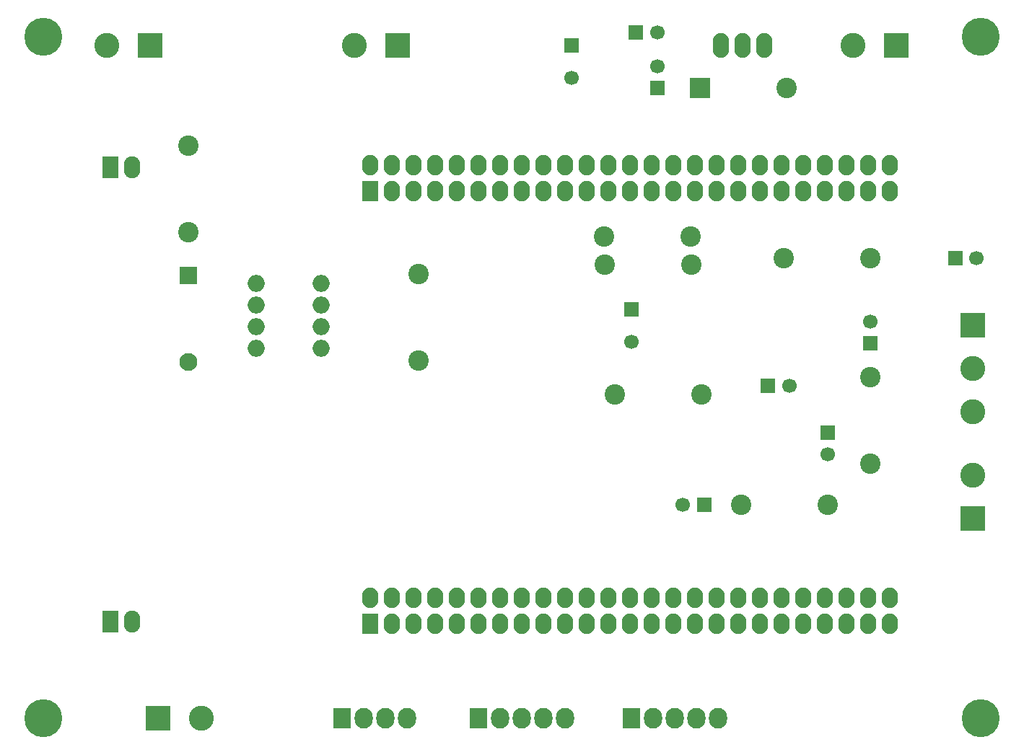
<source format=gbr>
G04 #@! TF.FileFunction,Soldermask,Bot*
%FSLAX46Y46*%
G04 Gerber Fmt 4.6, Leading zero omitted, Abs format (unit mm)*
G04 Created by KiCad (PCBNEW 4.0.5+dfsg1-4) date Mon Jun 25 17:19:19 2018*
%MOMM*%
%LPD*%
G01*
G04 APERTURE LIST*
%ADD10C,0.100000*%
%ADD11R,1.900000X2.600000*%
%ADD12O,1.900000X2.600000*%
%ADD13O,1.900000X2.400000*%
%ADD14R,1.900000X2.400000*%
%ADD15R,1.700000X1.700000*%
%ADD16C,1.700000*%
%ADD17C,2.398980*%
%ADD18R,2.398980X2.398980*%
%ADD19C,2.099260*%
%ADD20R,2.099260X2.099260*%
%ADD21R,2.940000X2.940000*%
%ADD22C,2.940000*%
%ADD23R,2.127200X2.432000*%
%ADD24O,2.127200X2.432000*%
%ADD25O,1.901140X2.899360*%
%ADD26O,2.000000X2.000000*%
%ADD27C,4.464000*%
G04 APERTURE END LIST*
D10*
D11*
X97840000Y-61330000D03*
D12*
X100380000Y-61330000D03*
D13*
X189280000Y-64120000D03*
X186740000Y-64120000D03*
X184200000Y-64120000D03*
X181660000Y-64120000D03*
X179120000Y-64120000D03*
X176580000Y-64120000D03*
X174040000Y-64120000D03*
X171500000Y-64120000D03*
X168960000Y-64120000D03*
X166420000Y-64120000D03*
X163880000Y-64120000D03*
X161340000Y-64120000D03*
X158800000Y-64120000D03*
X156260000Y-64120000D03*
X153720000Y-64120000D03*
X151180000Y-64120000D03*
X148640000Y-64120000D03*
X146100000Y-64120000D03*
X143560000Y-64120000D03*
X141020000Y-64120000D03*
X138480000Y-64120000D03*
X135940000Y-64120000D03*
X133400000Y-64120000D03*
X130860000Y-64120000D03*
D14*
X128320000Y-64120000D03*
D13*
X128320000Y-61080000D03*
X130860000Y-61080000D03*
X133400000Y-61080000D03*
X135940000Y-61080000D03*
X138480000Y-61080000D03*
X141020000Y-61080000D03*
X143560000Y-61080000D03*
X146100000Y-61080000D03*
X148640000Y-61080000D03*
X151180000Y-61080000D03*
X153720000Y-61080000D03*
X156260000Y-61080000D03*
X158800000Y-61080000D03*
X161340000Y-61080000D03*
X163880000Y-61080000D03*
X166420000Y-61080000D03*
X168960000Y-61080000D03*
X171500000Y-61080000D03*
X174040000Y-61080000D03*
X176580000Y-61080000D03*
X179120000Y-61080000D03*
X181660000Y-61080000D03*
X184200000Y-61080000D03*
X186740000Y-61080000D03*
X189280000Y-61080000D03*
X189280000Y-111880000D03*
X186740000Y-111880000D03*
X184200000Y-111880000D03*
X181660000Y-111880000D03*
X179120000Y-111880000D03*
X176580000Y-111880000D03*
X174040000Y-111880000D03*
X171500000Y-111880000D03*
X168960000Y-111880000D03*
X166420000Y-111880000D03*
X163880000Y-111880000D03*
X161340000Y-111880000D03*
X158800000Y-111880000D03*
X156260000Y-111880000D03*
X153720000Y-111880000D03*
X151180000Y-111880000D03*
X148640000Y-111880000D03*
X146100000Y-111880000D03*
X143560000Y-111880000D03*
X141020000Y-111880000D03*
X138480000Y-111880000D03*
X135940000Y-111880000D03*
X133400000Y-111880000D03*
X130860000Y-111880000D03*
X128320000Y-111880000D03*
D14*
X128320000Y-114920000D03*
D13*
X130860000Y-114920000D03*
X133400000Y-114920000D03*
X135940000Y-114920000D03*
X138480000Y-114920000D03*
X141020000Y-114920000D03*
X143560000Y-114920000D03*
X146100000Y-114920000D03*
X148640000Y-114920000D03*
X151180000Y-114920000D03*
X153720000Y-114920000D03*
X156260000Y-114920000D03*
X158800000Y-114920000D03*
X161340000Y-114920000D03*
X163880000Y-114920000D03*
X166420000Y-114920000D03*
X168960000Y-114920000D03*
X171500000Y-114920000D03*
X174040000Y-114920000D03*
X176580000Y-114920000D03*
X179120000Y-114920000D03*
X181660000Y-114920000D03*
X184200000Y-114920000D03*
X186740000Y-114920000D03*
X189280000Y-114920000D03*
D12*
X100380000Y-114670000D03*
D11*
X97840000Y-114670000D03*
D15*
X187000000Y-82000000D03*
D16*
X187000000Y-79500000D03*
D15*
X162000000Y-52000000D03*
D16*
X162000000Y-49500000D03*
D15*
X152000000Y-47000000D03*
D16*
X152000000Y-50800000D03*
D15*
X159500000Y-45500000D03*
D16*
X162000000Y-45500000D03*
D15*
X167500000Y-101000000D03*
D16*
X165000000Y-101000000D03*
D15*
X175000000Y-87000000D03*
D16*
X177500000Y-87000000D03*
D15*
X182000000Y-92500000D03*
D16*
X182000000Y-95000000D03*
D15*
X197000000Y-72000000D03*
D16*
X199500000Y-72000000D03*
D15*
X159000000Y-78000000D03*
D16*
X159000000Y-81800000D03*
D17*
X177160000Y-51997460D03*
D18*
X167000000Y-51997460D03*
D19*
X107002540Y-84160520D03*
D20*
X107002540Y-74000520D03*
D21*
X190040000Y-47000000D03*
D22*
X184960000Y-47000000D03*
D21*
X131540000Y-47000000D03*
D22*
X126460000Y-47000000D03*
D21*
X102540000Y-47000000D03*
D22*
X97460000Y-47000000D03*
D21*
X199000000Y-102540000D03*
D22*
X199000000Y-97460000D03*
D21*
X103460000Y-126000000D03*
D22*
X108540000Y-126000000D03*
D23*
X125000000Y-126000000D03*
D24*
X127540000Y-126000000D03*
X130080000Y-126000000D03*
X132620000Y-126000000D03*
D23*
X141000000Y-126000000D03*
D24*
X143540000Y-126000000D03*
X146080000Y-126000000D03*
X148620000Y-126000000D03*
X151160000Y-126000000D03*
D23*
X159000000Y-126000000D03*
D24*
X161540000Y-126000000D03*
X164080000Y-126000000D03*
X166620000Y-126000000D03*
X169160000Y-126000000D03*
D17*
X134000000Y-84000000D03*
X134000000Y-73840000D03*
X107000000Y-69000000D03*
X107000000Y-58840000D03*
X157000000Y-88000000D03*
X167160000Y-88000000D03*
X182000000Y-101000000D03*
X171840000Y-101000000D03*
X187000000Y-86000000D03*
X187000000Y-96160000D03*
X187000000Y-72000000D03*
X176840000Y-72000000D03*
D21*
X199000000Y-79920000D03*
D22*
X199000000Y-85000000D03*
X199000000Y-90080000D03*
D25*
X172000000Y-47000000D03*
X169460000Y-47000000D03*
X174540000Y-47000000D03*
D26*
X115000000Y-75000000D03*
X115000000Y-77540000D03*
X115000000Y-80080000D03*
X115000000Y-82620000D03*
X122620000Y-82620000D03*
X122620000Y-80080000D03*
X122620000Y-77540000D03*
X122620000Y-75000000D03*
D27*
X90000000Y-46000000D03*
X90000000Y-126000000D03*
X200000000Y-126000000D03*
X200000000Y-46000000D03*
D17*
X155800000Y-69500000D03*
X165960000Y-69500000D03*
X165975000Y-72750000D03*
X155815000Y-72750000D03*
M02*

</source>
